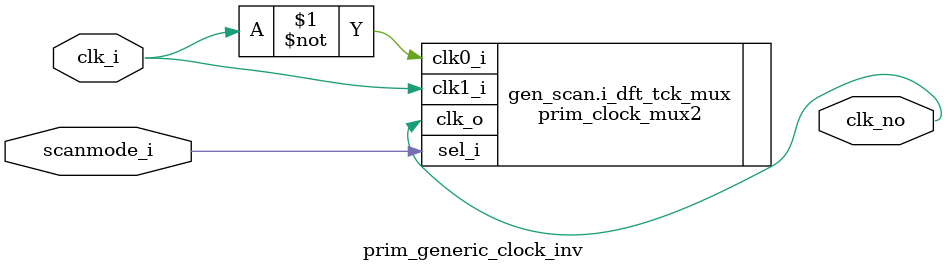
<source format=sv>

module prim_generic_clock_inv #(
  parameter bit HasScanMode = 1'b1
) (
  input        clk_i,
  input        scanmode_i,
  output logic clk_no  // Inverted
);

  if (HasScanMode) begin : gen_scan
    prim_clock_mux2 i_dft_tck_mux (
      .clk0_i(~clk_i),
      .clk1_i(clk_i),  // bypass the inverted clock for testing
      .sel_i (scanmode_i),
      .clk_o (clk_no)
    );
  end else begin : gen_noscan
    logic unused_scanmode;
    assign unused_scanmode = scanmode_i;
    assign clk_no = ~clk_i;
  end

endmodule : prim_generic_clock_inv

</source>
